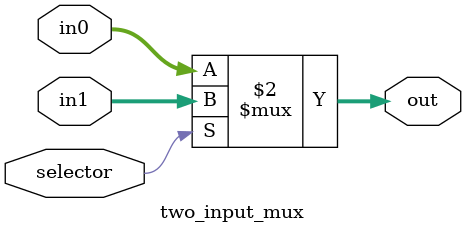
<source format=v>
module two_input_mux
  (
    input wire selector,
    input wire [31:0] in0, in1,
    output wire [31:0] out
  );
  assign out = (selector == 0) ? in0 : in1;
endmodule
</source>
